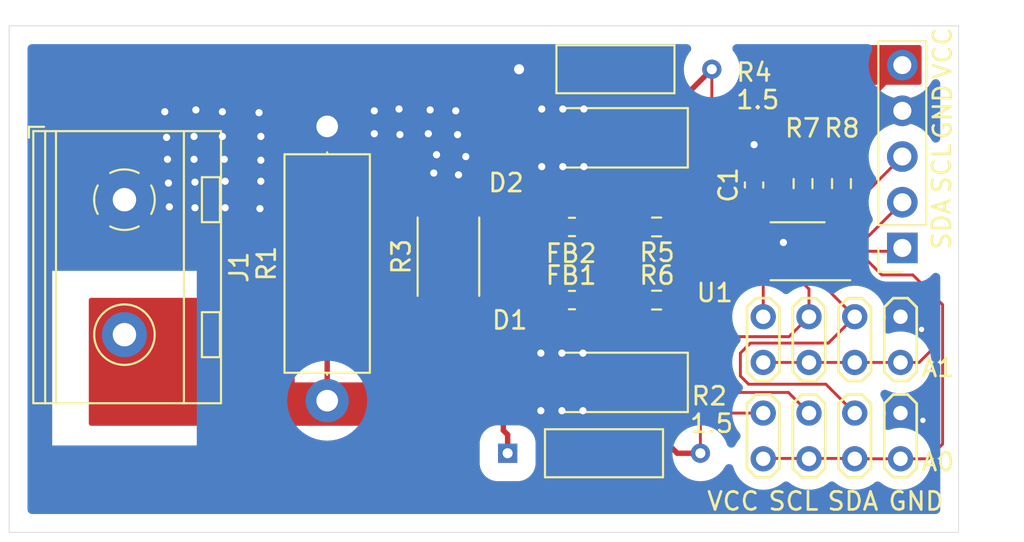
<source format=kicad_pcb>
(kicad_pcb (version 20211014) (generator pcbnew)
  (layers (0 "F.Cu" signal "Front") (31 "B.Cu" signal "Back") (34 "B.Paste" user) (35 "F.Paste" user) (36 "B.SilkS" user "B.Silkscreen") (37 "F.SilkS" user "F.Silkscreen") (38 "B.Mask" user) (39 "F.Mask" user) (44 "Edge.Cuts" user))
  (net 0 "")
  (net 1 "VCC")
  (net 2 "GND")
  (net 3 "Net-(D1-Pad1)")
  (net 4 "Net-(D2-Pad1)")
  (net 5 "Net-(FB2-Pad1)")
  (net 6 "/I_P")
  (net 7 "/Alert")
  (net 8 "/SCL")
  (net 9 "/SDA")
  (net 10 "/A1_Sel")
  (net 11 "/A0_Sel")
  (net 12 "/IN_P")
  (net 13 "/IN_N")
  (net 14 "/VBUS")
  (net 15 "Net-(FB1-Pad1)")
  (footprint "Diode_SMD:D_SMA_Handsoldering" (layer "F.Cu") (at 108.458 82.169 180)
    (fp_text reference "D2" (at 5.6896 -2.5) (layer "F.SilkS"))
    (fp_text value "D")
    (fp_line (start -4.4 -1.65) (end -4.4 1.65) (layer "F.SilkS") (width 0.12))
    (fp_line (start -4.4 -1.65) (end 2.5 -1.65) (layer "F.SilkS") (width 0.12))
    (fp_line (start -4.4 1.65) (end 2.5 1.65) (layer "F.SilkS") (width 0.12))
    (pad "1" smd rect (at -2.5 0 180) (size 3.5 1.8) (layers "F.Cu" "F.Paste" "F.Mask") (net 4 "Net-(D2-Pad1)"))
    (pad "2" smd rect (at 2.5 0 180) (size 3.5 1.8) (layers "F.Cu" "F.Paste" "F.Mask") (net 2 "GND"))
  )
  (footprint "Inductor_SMD:L_0603_1608Metric_Pad1.05x0.95mm_HandSolder" (layer "F.Cu") (at 106.426 91.186 180)
    (fp_text reference "FB1" (at 0.0508 1.3716) (layer "F.SilkS"))
    (fp_text value "Ferrite")
    (fp_line (start -0.171267 -0.51) (end 0.171267 -0.51) (layer "F.SilkS") (width 0.12))
    (fp_line (start -0.171267 0.51) (end 0.171267 0.51) (layer "F.SilkS") (width 0.12))
    (pad "1" smd roundrect (at -0.875 0 180) (size 1.05 0.95) (layers "F.Cu" "F.Paste" "F.Mask") (net 15 "Net-(FB1-Pad1)"))
    (pad "2" smd roundrect (at 0.875 0 180) (size 1.05 0.95) (layers "F.Cu" "F.Paste" "F.Mask") (net 3 "Net-(D1-Pad1)"))
  )
  (footprint "Package_SO:VSSOP-10_3x3mm_P0.5mm" (layer "F.Cu") (at 118.9482 88.472 180)
    (fp_text reference "U1" (at 4.5974 -2.3076) (layer "F.SilkS"))
    (fp_text value "INA228AIDGSR")
    (fp_line (start 0 -1.61) (end -2.925 -1.61) (layer "F.SilkS") (width 0.12))
    (fp_line (start 0 1.61) (end 1.5 1.61) (layer "F.SilkS") (width 0.12))
    (fp_line (start 0 -1.61) (end 1.5 -1.61) (layer "F.SilkS") (width 0.12))
    (fp_line (start 0 1.61) (end -1.5 1.61) (layer "F.SilkS") (width 0.12))
    (pad "1" smd roundrect (at -2.2 -1 180) (size 1.45 0.3) (layers "F.Cu" "F.Paste" "F.Mask") (net 10 "/A1_Sel"))
    (pad "2" smd roundrect (at -2.2 -0.5 180) (size 1.45 0.3) (layers "F.Cu" "F.Paste" "F.Mask") (net 11 "/A0_Sel"))
    (pad "3" smd roundrect (at -2.2 0 180) (size 1.45 0.3) (layers "F.Cu" "F.Paste" "F.Mask") (net 7 "/Alert"))
    (pad "4" smd roundrect (at -2.2 0.5 180) (size 1.45 0.3) (layers "F.Cu" "F.Paste" "F.Mask") (net 9 "/SDA"))
    (pad "5" smd roundrect (at -2.2 1 180) (size 1.45 0.3) (layers "F.Cu" "F.Paste" "F.Mask") (net 8 "/SCL"))
    (pad "6" smd roundrect (at 2.2 1 180) (size 1.45 0.3) (layers "F.Cu" "F.Paste" "F.Mask") (net 1 "VCC"))
    (pad "7" smd roundrect (at 2.2 0.5 180) (size 1.45 0.3) (layers "F.Cu" "F.Paste" "F.Mask") (net 2 "GND"))
    (pad "8" smd roundrect (at 2.2 0 180) (size 1.45 0.3) (layers "F.Cu" "F.Paste" "F.Mask") (net 14 "/VBUS"))
    (pad "9" smd roundrect (at 2.2 -0.5 180) (size 1.45 0.3) (layers "F.Cu" "F.Paste" "F.Mask") (net 13 "/IN_N"))
    (pad "10" smd roundrect (at 2.2 -1 180) (size 1.45 0.3) (layers "F.Cu" "F.Paste" "F.Mask") (net 12 "/IN_P"))
  )
  (footprint "TestPoint:TestPoint_2Pads_Pitch2.54mm_Drill0.8mm" (layer "F.Cu") (at 117.0432 94.6496 90)
    (fp_text reference "JP3" hide)
    (fp_text value "Jumper_2_Open")
    (fp_line (start 3.07 -0.9) (end 3.57 -0.4) (layer "F.SilkS") (width 0.15))
    (fp_line (start 3.57 -0.4) (end 3.57 0.4) (layer "F.SilkS") (width 0.15))
    (fp_line (start -1.03 0.4) (end -1.03 -0.4) (layer "F.SilkS") (width 0.15))
    (fp_line (start 3.07 0.9) (end -0.53 0.9) (layer "F.SilkS") (width 0.15))
    (fp_line (start -0.53 0.9) (end -1.03 0.4) (layer "F.SilkS") (width 0.15))
    (fp_line (start 3.57 0.4) (end 3.07 0.9) (layer "F.SilkS") (width 0.15))
    (fp_line (start -0.53 -0.9) (end 3.07 -0.9) (layer "F.SilkS") (width 0.15))
    (fp_line (start -1.03 -0.4) (end -0.53 -0.9) (layer "F.SilkS") (width 0.15))
    (pad "1" thru_hole circle (at 0 0 90) (size 1.4 1.4) (drill 0.8) (layers *.Cu *.Mask) (net 10 "/A1_Sel"))
    (pad "2" thru_hole circle (at 2.54 0 90) (size 1.4 1.4) (drill 0.8) (layers *.Cu *.Mask) (net 1 "VCC"))
  )
  (footprint "TestPoint:TestPoint_2Pads_Pitch2.54mm_Drill0.8mm" (layer "F.Cu") (at 124.6632 94.6496 90)
    (fp_text reference "JP4" hide)
    (fp_text value "Jumper_2_Open")
    (fp_line (start -0.53 -0.9) (end 3.07 -0.9) (layer "F.SilkS") (width 0.15))
    (fp_line (start -1.03 0.4) (end -1.03 -0.4) (layer "F.SilkS") (width 0.15))
    (fp_line (start 3.07 -0.9) (end 3.57 -0.4) (layer "F.SilkS") (width 0.15))
    (fp_line (start -1.03 -0.4) (end -0.53 -0.9) (layer "F.SilkS") (width 0.15))
    (fp_line (start 3.07 0.9) (end -0.53 0.9) (layer "F.SilkS") (width 0.15))
    (fp_line (start 3.57 0.4) (end 3.07 0.9) (layer "F.SilkS") (width 0.15))
    (fp_line (start 3.57 -0.4) (end 3.57 0.4) (layer "F.SilkS") (width 0.15))
    (fp_line (start -0.53 0.9) (end -1.03 0.4) (layer "F.SilkS") (width 0.15))
    (pad "1" thru_hole circle (at 0 0 90) (size 1.4 1.4) (drill 0.8) (layers *.Cu *.Mask) (net 10 "/A1_Sel"))
    (pad "2" thru_hole circle (at 2.54 0 90) (size 1.4 1.4) (drill 0.8) (layers *.Cu *.Mask) (net 2 "GND"))
  )
  (footprint "TestPoint:TestPoint_2Pads_Pitch2.54mm_Drill0.8mm" (layer "F.Cu") (at 122.1232 100.0036 90)
    (fp_text reference "JP5" hide)
    (fp_text value "Jumper_2_Open")
    (fp_line (start -0.53 0.9) (end -1.03 0.4) (layer "F.SilkS") (width 0.15))
    (fp_line (start 3.07 0.9) (end -0.53 0.9) (layer "F.SilkS") (width 0.15))
    (fp_line (start 3.57 -0.4) (end 3.57 0.4) (layer "F.SilkS") (width 0.15))
    (fp_line (start 3.57 0.4) (end 3.07 0.9) (layer "F.SilkS") (width 0.15))
    (fp_line (start -0.53 -0.9) (end 3.07 -0.9) (layer "F.SilkS") (width 0.15))
    (fp_line (start -1.03 0.4) (end -1.03 -0.4) (layer "F.SilkS") (width 0.15))
    (fp_line (start -1.03 -0.4) (end -0.53 -0.9) (layer "F.SilkS") (width 0.15))
    (fp_line (start 3.07 -0.9) (end 3.57 -0.4) (layer "F.SilkS") (width 0.15))
    (pad "1" thru_hole circle (at 0 0 90) (size 1.4 1.4) (drill 0.8) (layers *.Cu *.Mask) (net 11 "/A0_Sel"))
    (pad "2" thru_hole circle (at 2.54 0 90) (size 1.4 1.4) (drill 0.8) (layers *.Cu *.Mask) (net 9 "/SDA"))
  )
  (footprint "Inductor_SMD:L_0603_1608Metric_Pad1.05x0.95mm_HandSolder" (layer "F.Cu") (at 106.426 87.122 180)
    (fp_text reference "FB2" (at 0.0508 -1.4732) (layer "F.SilkS"))
    (fp_text value "Ferrite")
    (fp_line (start -0.171267 -0.51) (end 0.171267 -0.51) (layer "F.SilkS") (width 0.12))
    (fp_line (start -0.171267 0.51) (end 0.171267 0.51) (layer "F.SilkS") (width 0.12))
    (pad "1" smd roundrect (at -0.875 0 180) (size 1.05 0.95) (layers "F.Cu" "F.Paste" "F.Mask") (net 5 "Net-(FB2-Pad1)"))
    (pad "2" smd roundrect (at 0.875 0 180) (size 1.05 0.95) (layers "F.Cu" "F.Paste" "F.Mask") (net 4 "Net-(D2-Pad1)"))
  )
  (footprint "TestPoint:TestPoint_2Pads_Pitch2.54mm_Drill0.8mm" (layer "F.Cu") (at 122.1232 94.6496 90)
    (fp_text reference "JP1" hide)
    (fp_text value "Jumper_2_Open")
    (fp_line (start -1.03 -0.4) (end -0.53 -0.9) (layer "F.SilkS") (width 0.15))
    (fp_line (start 3.57 0.4) (end 3.07 0.9) (layer "F.SilkS") (width 0.15))
    (fp_line (start -0.53 -0.9) (end 3.07 -0.9) (layer "F.SilkS") (width 0.15))
    (fp_line (start -1.03 0.4) (end -1.03 -0.4) (layer "F.SilkS") (width 0.15))
    (fp_line (start 3.57 -0.4) (end 3.57 0.4) (layer "F.SilkS") (width 0.15))
    (fp_line (start 3.07 -0.9) (end 3.57 -0.4) (layer "F.SilkS") (width 0.15))
    (fp_line (start 3.07 0.9) (end -0.53 0.9) (layer "F.SilkS") (width 0.15))
    (fp_line (start -0.53 0.9) (end -1.03 0.4) (layer "F.SilkS") (width 0.15))
    (pad "1" thru_hole circle (at 0 0 90) (size 1.4 1.4) (drill 0.8) (layers *.Cu *.Mask) (net 10 "/A1_Sel"))
    (pad "2" thru_hole circle (at 2.54 0 90) (size 1.4 1.4) (drill 0.8) (layers *.Cu *.Mask) (net 9 "/SDA"))
  )
  (footprint "Connector_PinSocket_2.54mm:PinSocket_1x05_P2.54mm_Vertical" (layer "F.Cu") (at 124.7652 88.2896 180)
    (fp_text reference "J2" hide)
    (fp_text value "Conn_01x05_Male")
    (fp_line (start 1.33 -1.33) (end 1.33 0) (layer "F.SilkS") (width 0.12))
    (fp_line (start -1.33 1.27) (end -1.33 11.49) (layer "F.SilkS") (width 0.12))
    (fp_line (start -1.33 1.27) (end 1.33 1.27) (layer "F.SilkS") (width 0.12))
    (fp_line (start 0 -1.33) (end 1.33 -1.33) (layer "F.SilkS") (width 0.12))
    (fp_line (start 1.33 1.27) (end 1.33 11.49) (layer "F.SilkS") (width 0.12))
    (fp_line (start -1.33 11.49) (end 1.33 11.49) (layer "F.SilkS") (width 0.12))
    (pad "1" thru_hole rect (at 0 0 180) (size 1.7 1.7) (drill 1) (layers *.Cu *.Mask) (net 7 "/Alert"))
    (pad "2" thru_hole oval (at 0 2.54 180) (size 1.7 1.7) (drill 1) (layers *.Cu *.Mask) (net 9 "/SDA"))
    (pad "3" thru_hole oval (at 0 5.08 180) (size 1.7 1.7) (drill 1) (layers *.Cu *.Mask) (net 8 "/SCL"))
    (pad "4" thru_hole oval (at 0 7.62 180) (size 1.7 1.7) (drill 1) (layers *.Cu *.Mask) (net 2 "GND"))
    (pad "5" thru_hole oval (at 0 10.16 180) (size 1.7 1.7) (drill 1) (layers *.Cu *.Mask) (net 1 "VCC"))
  )
  (footprint "Resistor_SMD:R_0603_1608Metric_Pad0.98x0.95mm_HandSolder" (layer "F.Cu") (at 119.253 84.7128 -90)
    (fp_text reference "R7" (at -3.0772 0.0254 180) (layer "F.SilkS"))
    (fp_text value "4.7k")
    (fp_line (start -0.254724 -0.5225) (end 0.254724 -0.5225) (layer "F.SilkS") (width 0.12))
    (fp_line (start -0.254724 0.5225) (end 0.254724 0.5225) (layer "F.SilkS") (width 0.12))
    (pad "1" smd roundrect (at -0.9125 0 270) (size 0.975 0.95) (layers "F.Cu" "F.Paste" "F.Mask") (net 1 "VCC"))
    (pad "2" smd roundrect (at 0.9125 0 270) (size 0.975 0.95) (layers "F.Cu" "F.Paste" "F.Mask") (net 9 "/SDA"))
  )
  (footprint "TestPoint:TestPoint_2Pads_Pitch2.54mm_Drill0.8mm" (layer "F.Cu") (at 119.5832 94.6496 90)
    (fp_text reference "JP2" hide)
    (fp_text value "Jumper_2_Open")
    (fp_line (start 3.07 -0.9) (end 3.57 -0.4) (layer "F.SilkS") (width 0.15))
    (fp_line (start -1.03 0.4) (end -1.03 -0.4) (layer "F.SilkS") (width 0.15))
    (fp_line (start 3.57 -0.4) (end 3.57 0.4) (layer "F.SilkS") (width 0.15))
    (fp_line (start -0.53 0.9) (end -1.03 0.4) (layer "F.SilkS") (width 0.15))
    (fp_line (start -0.53 -0.9) (end 3.07 -0.9) (layer "F.SilkS") (width 0.15))
    (fp_line (start 3.07 0.9) (end -0.53 0.9) (layer "F.SilkS") (width 0.15))
    (fp_line (start -1.03 -0.4) (end -0.53 -0.9) (layer "F.SilkS") (width 0.15))
    (fp_line (start 3.57 0.4) (end 3.07 0.9) (layer "F.SilkS") (width 0.15))
    (pad "1" thru_hole circle (at 0 0 90) (size 1.4 1.4) (drill 0.8) (layers *.Cu *.Mask) (net 10 "/A1_Sel"))
    (pad "2" thru_hole circle (at 2.54 0 90) (size 1.4 1.4) (drill 0.8) (layers *.Cu *.Mask) (net 8 "/SCL"))
  )
  (footprint "Capacitor_SMD:C_0603_1608Metric_Pad1.08x0.95mm_HandSolder" (layer "F.Cu") (at 116.5352 84.789 90)
    (fp_text reference "C1" (at 0 -1.43 90) (layer "F.SilkS"))
    (fp_text value "100n")
    (fp_line (start -0.146267 0.51) (end 0.146267 0.51) (layer "F.SilkS") (width 0.12))
    (fp_line (start -0.146267 -0.51) (end 0.146267 -0.51) (layer "F.SilkS") (width 0.12))
    (pad "1" smd roundrect (at -0.8625 0 90) (size 1.075 0.95) (layers "F.Cu" "F.Paste" "F.Mask") (net 1 "VCC"))
    (pad "2" smd roundrect (at 0.8625 0 90) (size 1.075 0.95) (layers "F.Cu" "F.Paste" "F.Mask") (net 2 "GND"))
  )
  (footprint "Resistor_SMD:R_0603_1608Metric_Pad0.98x0.95mm_HandSolder" (layer "F.Cu") (at 121.3866 84.7128 -90)
    (fp_text reference "R8" (at -3.0772 -0.0254 180) (layer "F.SilkS"))
    (fp_text value "4.7k")
    (fp_line (start -0.254724 0.5225) (end 0.254724 0.5225) (layer "F.SilkS") (width 0.12))
    (fp_line (start -0.254724 -0.5225) (end 0.254724 -0.5225) (layer "F.SilkS") (width 0.12))
    (pad "1" smd roundrect (at -0.9125 0 270) (size 0.975 0.95) (layers "F.Cu" "F.Paste" "F.Mask") (net 1 "VCC"))
    (pad "2" smd roundrect (at 0.9125 0 270) (size 0.975 0.95) (layers "F.Cu" "F.Paste" "F.Mask") (net 8 "/SCL"))
  )
  (footprint "Fusible Resistor:FKN50SJR-52-1R5" (layer "F.Cu") (at 103.489001 78.359)
    (fp_text reference "R4" (at 13.046199 0.1778) (layer "F.SilkS"))
    (fp_text value "1.5" (at 13.249399 1.7018) (layer "F.SilkS"))
    (fp_line (start 2.073399 1.3335) (end 8.626599 1.3335) (layer "F.SilkS") (width 0.12))
    (fp_line (start 8.626599 1.3335) (end 8.626599 -1.3335) (layer "F.SilkS") (width 0.12))
    (fp_line (start 2.073399 -1.3335) (end 2.073399 1.3335) (layer "F.SilkS") (width 0.12))
    (fp_line (start 8.626599 -1.3335) (end 2.073399 -1.3335) (layer "F.SilkS") (width 0.12))
    (pad "1" thru_hole rect locked (at -0.000001 0) (size 1.0668 1.0668) (drill 0.5588) (layers *.Cu *.Mask) (net 2 "GND"))
    (pad "2" thru_hole circle locked (at 10.7 0) (size 1.0668 1.0668) (drill 0.5588) (layers *.Cu *.Mask) (net 4 "Net-(D2-Pad1)"))
  )
  (footprint "Resistor_SMD:R_0603_1608Metric_Pad0.98x0.95mm_HandSolder" (layer "F.Cu") (at 111.125 91.186 180)
    (fp_text reference "R6" (at -0.0254 1.3716) (layer "F.SilkS"))
    (fp_text value "15")
    (fp_line (start -0.254724 -0.5225) (end 0.254724 -0.5225) (layer "F.SilkS") (width 0.12))
    (fp_line (start -0.254724 0.5225) (end 0.254724 0.5225) (layer "F.SilkS") (width 0.12))
    (pad "1" smd roundrect (at -0.9125 0 180) (size 0.975 0.95) (layers "F.Cu" "F.Paste" "F.Mask") (net 12 "/IN_P"))
    (pad "2" smd roundrect (at 0.9125 0 180) (size 0.975 0.95) (layers "F.Cu" "F.Paste" "F.Mask") (net 15 "Net-(FB1-Pad1)"))
  )
  (footprint "Resistor_THT:R_Axial_DIN0414_L11.9mm_D4.5mm_P15.24mm_Horizontal" (layer "F.Cu") (at 92.837 96.774 90)
    (fp_text reference "R1" (at 7.62 -3.37 90) (layer "F.SilkS"))
    (fp_text value "R_US")
    (fp_line (start 13.69 2.37) (end 13.69 -2.37) (layer "F.SilkS") (width 0.12))
    (fp_line (start 1.44 0) (end 1.55 0) (layer "F.SilkS") (width 0.12))
    (fp_line (start 13.69 -2.37) (end 1.55 -2.37) (layer "F.SilkS") (width 0.12))
    (fp_line (start 1.55 2.37) (end 13.69 2.37) (layer "F.SilkS") (width 0.12))
    (fp_line (start 13.8 0) (end 13.69 0) (layer "F.SilkS") (width 0.12))
    (fp_line (start 1.55 -2.37) (end 1.55 2.37) (layer "F.SilkS") (width 0.12))
    (pad "1" thru_hole circle (at 0 0 90) (size 2.4 2.4) (drill 1.2) (layers *.Cu *.Mask) (net 6 "/I_P"))
    (pad "2" thru_hole oval (at 15.24 0 90) (size 2.4 2.4) (drill 1.2) (layers *.Cu *.Mask) (net 2 "GND"))
  )
  (footprint "TerminalBlock_RND:TerminalBlock_RND_205-00067_1x02_P7.50mm_Horizontal" (layer "F.Cu") (at 81.5822 85.6072 -90)
    (fp_text reference "J1" (at 3.75 -6.36 90) (layer "F.SilkS"))
    (fp_text value "Screw_Terminal_01x02")
    (fp_line (start 8.75 -5.301) (end 8.75 -4.301) (layer "F.SilkS") (width 0.12))
    (fp_line (start -3.81 4.4) (end 11.31 4.4) (layer "F.SilkS") (width 0.12))
    (fp_line (start 6.25 -5.301) (end 6.25 -4.301) (layer "F.SilkS") (width 0.12))
    (fp_line (start -3.81 -3.301) (end 11.31 -3.301) (layer "F.SilkS") (width 0.12))
    (fp_line (start -3.81 3.8) (end 11.31 3.8) (layer "F.SilkS") (width 0.12))
    (fp_line (start 6.25 -5.301) (end 8.75 -5.301) (layer "F.SilkS") (width 0.12))
    (fp_line (start 6.25 -4.301) (end 8.75 -4.301) (layer "F.SilkS") (width 0.12))
    (fp_line (start -4.05 4.46) (end -4.05 5.3) (layer "F.SilkS") (width 0.12))
    (fp_line (start 11.31 -5.36) (end 11.31 5.06) (layer "F.SilkS") (width 0.12))
    (fp_line (start -3.81 -5.36) (end 11.31 -5.36) (layer "F.SilkS") (width 0.12))
    (fp_line (start -1.25 -4.301) (end 1.25 -4.301) (layer "F.SilkS") (width 0.12))
    (fp_line (start -1.25 -5.301) (end 1.25 -5.301) (layer "F.SilkS") (width 0.12))
    (fp_line (start -3.81 -5.36) (end -3.81 5.06) (layer "F.SilkS") (width 0.12))
    (fp_line (start -4.05 5.3) (end -3.45 5.3) (layer "F.SilkS") (width 0.12))
    (fp_line (start -1.25 -5.301) (end -1.25 -4.301) (layer "F.SilkS") (width 0.12))
    (fp_line (start -3.81 5.06) (end 11.31 5.06) (layer "F.SilkS") (width 0.12))
    (fp_line (start 1.25 -5.301) (end 1.25 -4.301) (layer "F.SilkS") (width 0.12))
    (fp_arc (start -1.483953 0.789089) (mid -1.680708 0.00005) (end -1.484 -0.789) (layer "F.SilkS") (width 0.12))
    (fp_arc (start 0.788712 1.483352) (mid 0.406429 1.630097) (end 0 1.68) (layer "F.SilkS") (width 0.12))
    (fp_arc (start 0.029383 1.68045) (mid -0.392304 1.634281) (end -0.789 1.484) (layer "F.SilkS") (width 0.12))
    (fp_arc (start -0.789089 -1.483953) (mid -0.00005 -1.680708) (end 0.789 -1.484) (layer "F.SilkS") (width 0.12))
    (fp_arc (start 1.483953 -0.789089) (mid 1.680708 -0.00005) (end 1.484 0.789) (layer "F.SilkS") (width 0.12))
    (fp_circle (center 7.5 0) (end 9.18 0) (layer "F.SilkS") (width 0.12) (fill none))
    (pad "1" thru_hole rect (at 0 0 270) (size 2.5 2.5) (drill 1.3) (layers *.Cu *.Mask) (net 2 "GND"))
    (pad "2" thru_hole circle (at 7.5 0 270) (size 2.5 2.5) (drill 1.3) (layers *.Cu *.Mask) (net 6 "/I_P"))
  )
  (footprint "Diode_SMD:D_SMA_Handsoldering" (layer "F.Cu") (at 108.458 95.758 180)
    (fp_text reference "D1" (at 5.4864 3.4544) (layer "F.SilkS"))
    (fp_text value "D")
    (fp_line (start -4.4 -1.65) (end -4.4 1.65) (layer "F.SilkS") (width 0.12))
    (fp_line (start -4.4 -1.65) (end 2.5 -1.65) (layer "F.SilkS") (width 0.12))
    (fp_line (start -4.4 1.65) (end 2.5 1.65) (layer "F.SilkS") (width 0.12))
    (pad "1" smd rect (at -2.5 0 180) (size 3.5 1.8) (layers "F.Cu" "F.Paste" "F.Mask") (net 3 "Net-(D1-Pad1)"))
    (pad "2" smd rect (at 2.5 0 180) (size 3.5 1.8) (layers "F.Cu" "F.Paste" "F.Mask") (net 2 "GND"))
  )
  (footprint "Resistor_SMD:R_0603_1608Metric_Pad0.98x0.95mm_HandSolder" (layer "F.Cu") (at 111.125 87.122 180)
    (fp_text reference "R5" (at -0.0254 -1.4224) (layer "F.SilkS"))
    (fp_text value "15")
    (fp_line (start -0.254724 0.5225) (end 0.254724 0.5225) (layer "F.SilkS") (width 0.12))
    (fp_line (start -0.254724 -0.5225) (end 0.254724 -0.5225) (layer "F.SilkS") (width 0.12))
    (pad "1" smd roundrect (at -0.9125 0 180) (size 0.975 0.95) (layers "F.Cu" "F.Paste" "F.Mask") (net 13 "/IN_N"))
    (pad "2" smd roundrect (at 0.9125 0 180) (size 0.975 0.95) (layers "F.Cu" "F.Paste" "F.Mask") (net 5 "Net-(FB2-Pad1)"))
  )
  (footprint "TestPoint:TestPoint_2Pads_Pitch2.54mm_Drill0.8mm" (layer "F.Cu") (at 124.6632 100.0036 90)
    (fp_text reference "JP8" hide)
    (fp_text value "Jumper_2_Open")
    (fp_line (start -0.53 0.9) (end -1.03 0.4) (layer "F.SilkS") (width 0.15))
    (fp_line (start -1.03 0.4) (end -1.03 -0.4) (layer "F.SilkS") (width 0.15))
    (fp_line (start 3.07 0.9) (end -0.53 0.9) (layer "F.SilkS") (width 0.15))
    (fp_line (start -0.53 -0.9) (end 3.07 -0.9) (layer "F.SilkS") (width 0.15))
    (fp_line (start 3.57 -0.4) (end 3.57 0.4) (layer "F.SilkS") (width 0.15))
    (fp_line (start 3.07 -0.9) (end 3.57 -0.4) (layer "F.SilkS") (width 0.15))
    (fp_line (start 3.57 0.4) (end 3.07 0.9) (layer "F.SilkS") (width 0.15))
    (fp_line (start -1.03 -0.4) (end -0.53 -0.9) (layer "F.SilkS") (width 0.15))
    (pad "1" thru_hole circle (at 0 0 90) (size 1.4 1.4) (drill 0.8) (layers *.Cu *.Mask) (net 11 "/A0_Sel"))
    (pad "2" thru_hole circle (at 2.54 0 90) (size 1.4 1.4) (drill 0.8) (layers *.Cu *.Mask) (net 2 "GND"))
  )
  (footprint "Fusible Resistor:FKN50SJR-52-1R5" (layer "F.Cu") (at 102.854001 99.695)
    (fp_text reference "R2" (at 11.191999 -3.175) (layer "F.SilkS"))
    (fp_text value "1.5" (at 11.318999 -1.651) (layer "F.SilkS"))
    (fp_line (start 8.626599 1.3335) (end 8.626599 -1.3335) (layer "F.SilkS") (width 0.12))
    (fp_line (start 2.073399 1.3335) (end 8.626599 1.3335) (layer "F.SilkS") (width 0.12))
    (fp_line (start 8.626599 -1.3335) (end 2.073399 -1.3335) (layer "F.SilkS") (width 0.12))
    (fp_line (start 2.073399 -1.3335) (end 2.073399 1.3335) (layer "F.SilkS") (width 0.12))
    (pad "1" thru_hole rect locked (at -0.000001 0) (size 1.0668 1.0668) (drill 0.5588) (layers *.Cu *.Mask) (net 6 "/I_P"))
    (pad "2" thru_hole circle locked (at 10.7 0) (size 1.0668 1.0668) (drill 0.5588) (layers *.Cu *.Mask) (net 3 "Net-(D1-Pad1)"))
  )
  (footprint "TestPoint:TestPoint_2Pads_Pitch2.54mm_Drill0.8mm" (layer "F.Cu") (at 117.0432 100.0036 90)
    (fp_text reference "JP7" hide)
    (fp_text value "Jumper_2_Open")
    (fp_line (start 3.07 0.9) (end -0.53 0.9) (layer "F.SilkS") (width 0.15))
    (fp_line (start -1.03 -0.4) (end -0.53 -0.9) (layer "F.SilkS") (width 0.15))
    (fp_line (start 3.57 0.4) (end 3.07 0.9) (layer "F.SilkS") (width 0.15))
    (fp_line (start -1.03 0.4) (end -1.03 -0.4) (layer "F.SilkS") (width 0.15))
    (fp_line (start -0.53 0.9) (end -1.03 0.4) (layer "F.SilkS") (width 0.15))
    (fp_line (start -0.53 -0.9) (end 3.07 -0.9) (layer "F.SilkS") (width 0.15))
    (fp_line (start 3.57 -0.4) (end 3.57 0.4) (layer "F.SilkS") (width 0.15))
    (fp_line (start 3.07 -0.9) (end 3.57 -0.4) (layer "F.SilkS") (width 0.15))
    (pad "1" thru_hole circle (at 0 0 90) (size 1.4 1.4) (drill 0.8) (layers *.Cu *.Mask) (net 11 "/A0_Sel"))
    (pad "2" thru_hole circle (at 2.54 0 90) (size 1.4 1.4) (drill 0.8) (layers *.Cu *.Mask) (net 1 "VCC"))
  )
  (footprint "Resistor_SMD:R_2512_6332Metric_Pad1.40x3.35mm_HandSolder" (layer "F.Cu") (at 99.568 88.773 90)
    (fp_text reference "R3" (at 0 -2.62 90) (layer "F.SilkS"))
    (fp_text value "R_US")
    (fp_line (start -2.177064 1.71) (end 2.177064 1.71) (layer "F.SilkS") (width 0.12))
    (fp_line (start -2.177064 -1.71) (end 2.177064 -1.71) (layer "F.SilkS") (width 0.12))
    (pad "1" smd roundrect (at -3.05 0 90) (size 1.4 3.35) (layers "F.Cu" "F.Paste" "F.Mask") (roundrect_rratio 0.178571) (net 6 "/I_P"))
    (pad "2" smd roundrect (at 3.05 0 90) (size 1.4 3.35) (layers "F.Cu" "F.Paste" "F.Mask") (roundrect_rratio 0.178571) (net 2 "GND"))
  )
  (footprint "TestPoint:TestPoint_2Pads_Pitch2.54mm_Drill0.8mm" (layer "F.Cu") (at 119.5832 100.0036 90)
    (fp_text reference "JP6" hide)
    (fp_text value "Jumper_2_Open")
    (fp_line (start -0.53 0.9) (end -1.03 0.4) (layer "F.SilkS") (width 0.15))
    (fp_line (start 3.07 -0.9) (end 3.57 -0.4) (layer "F.SilkS") (width 0.15))
    (fp_line (start 3.57 -0.4) (end 3.57 0.4) (layer "F.SilkS") (width 0.15))
    (fp_line (start -0.53 -0.9) (end 3.07 -0.9) (layer "F.SilkS") (width 0.15))
    (fp_line (start -1.03 0.4) (end -1.03 -0.4) (layer "F.SilkS") (width 0.15))
    (fp_line (start -1.03 -0.4) (end -0.53 -0.9) (layer "F.SilkS") (width 0.15))
    (fp_line (start 3.07 0.9) (end -0.53 0.9) (layer "F.SilkS") (width 0.15))
    (fp_line (start 3.57 0.4) (end 3.07 0.9) (layer "F.SilkS") (width 0.15))
    (pad "1" thru_hole circle (at 0 0 90) (size 1.4 1.4) (drill 0.8) (layers *.Cu *.Mask) (net 11 "/A0_Sel"))
    (pad "2" thru_hole circle (at 2.54 0 90) (size 1.4 1.4) (drill 0.8) (layers *.Cu *.Mask) (net 8 "/SCL"))
  )
  (gr_rect (start 75.184 75.946) (end 127.889 104.0892) (layer "Edge.Cuts") (width 0.0381) (fill none))
  (gr_text "A1" (at 126.746 94.9452) (layer "F.SilkS") (effects (font (size 1 1))))
  (gr_text "SCL" (at 118.7196 102.362) (layer "F.SilkS") (effects (font (size 1 1))))
  (gr_text "SCL" (at 126.9492 83.8708 90) (layer "F.SilkS") (effects (font (size 1 1))))
  (gr_text "VCC" (at 127 77.47 90) (layer "F.SilkS") (effects (font (size 1 1))))
  (gr_text "GND" (at 127 80.7212 90) (layer "F.SilkS") (effects (font (size 1 1))))
  (gr_text "SDA" (at 126.9492 86.9696 90) (layer "F.SilkS") (effects (font (size 1 1))))
  (gr_text "A0" (at 126.746 100.1776) (layer "F.SilkS") (effects (font (size 1 1))))
  (gr_text "VCC" (at 115.3668 102.362) (layer "F.SilkS") (effects (font (size 1 1))))
  (gr_text "GND" (at 125.5268 102.362) (layer "F.SilkS") (effects (font (size 1 1))))
  (gr_text "SDA" (at 122.0216 102.362) (layer "F.SilkS") (effects (font (size 1 1))))
  (segment (start 117.5004 84.6863) (end 117.5004 84.6836) (width 0.3) (layer "F.Cu") (net 1))
  (segment (start 117.0432 97.4636) (end 115.0404 97.4636) (width 0.16) (layer "F.Cu") (net 1))
  (segment (start 114.6048 91.7956) (end 116.2304 90.17) (width 0.16) (layer "F.Cu") (net 1))
  (segment (start 121.3604 78.1296) (end 124.7652 78.1296) (width 0.3) (layer "F.Cu") (net 1))
  (segment (start 117.5004 84.6836) (end 118.1608 84.0232) (width 0.3) (layer "F.Cu") (net 1))
  (segment (start 117.0432 90.3224) (end 117.1956 90.17) (width 0.16) (layer "F.Cu") (net 1))
  (segment (start 119.253 83.8003) (end 119.253 82.0674) (width 0.3) (layer "F.Cu") (net 1))
  (segment (start 114.6048 97.028) (end 114.6048 91.7956) (width 0.16) (layer "F.Cu") (net 1))
  (segment (start 121.3866 81.5082) (end 124.7652 78.1296) (width 0.3) (layer "F.Cu") (net 1))
  (segment (start 117.0432 92.1096) (end 117.0432 90.3224) (width 0.16) (layer "F.Cu") (net 1))
  (segment (start 121.1072 78.0796) (end 121.3104 78.0796) (width 0.3) (layer "F.Cu") (net 1))
  (segment (start 116.5352 87.259) (end 116.7482 87.472) (width 0.3) (layer "F.Cu") (net 1))
  (segment (start 116.5352 85.6515) (end 117.29855 84.88815) (width 0.3) (layer "F.Cu") (net 1))
  (segment (start 115.0404 97.4636) (end 114.6048 97.028) (width 0.16) (layer "F.Cu") (net 1))
  (segment (start 117.1956 90.17) (end 117.856 90.17) (width 0.16) (layer "F.Cu") (net 1))
  (segment (start 119.253 82.0674) (end 123.1908 78.1296) (width 0.3) (layer "F.Cu") (net 1))
  (segment (start 118.872 89.154) (end 118.872 87.768352) (width 0.16) (layer "F.Cu") (net 1))
  (segment (start 117.29855 86.194902) (end 117.29855 84.88815) (width 0.16) (layer "F.Cu") (net 1))
  (segment (start 118.1608 81.026) (end 121.1072 78.0796) (width 0.3) (layer "F.Cu") (net 1))
  (segment (start 116.5352 85.6515) (end 116.5352 87.259) (width 0.3) (layer "F.Cu") (net 1))
  (segment (start 116.2304 90.17) (end 117.1956 90.17) (width 0.16) (layer "F.Cu") (net 1))
  (segment (start 117.29855 84.88815) (end 117.5004 84.6863) (width 0.3) (layer "F.Cu") (net 1))
  (segment (start 118.872 87.768352) (end 117.29855 86.194902) (width 0.16) (layer "F.Cu") (net 1))
  (segment (start 117.856 90.17) (end 118.872 89.154) (width 0.16) (layer "F.Cu") (net 1))
  (segment (start 121.3104 78.0796) (end 121.3604 78.1296) (width 0.3) (layer "F.Cu") (net 1))
  (segment (start 121.3866 83.8003) (end 121.3866 81.5082) (width 0.3) (layer "F.Cu") (net 1))
  (segment (start 118.1608 84.0232) (end 118.1608 81.026) (width 0.3) (layer "F.Cu") (net 1))
  (segment (start 92.837 84.4042) (end 95.5802 87.1474) (width 0.3) (layer "F.Cu") (net 2))
  (segment (start 116.5352 83.9265) (end 116.5352 82.55) (width 0.4) (layer "F.Cu") (net 2))
  (segment (start 103.489 78.359) (end 103.489 79.772) (width 0.3) (layer "F.Cu") (net 2))
  (segment (start 100.5586 87.1474) (end 100.4062 87.1474) (width 0.2) (layer "F.Cu") (net 2))
  (segment (start 92.837 81.534) (end 92.837 84.4042) (width 0.3) (layer "F.Cu") (net 2))
  (segment (start 125.8316 92.8116) (end 125.3652 92.8116) (width 0.16) (layer "F.Cu") (net 2))
  (segment (start 124.6632 97.4636) (end 125.5052 97.4636) (width 0.16) (layer "F.Cu") (net 2))
  (segment (start 100.4062 87.1474) (end 99.568 86.3092) (width 0.3) (layer "F.Cu") (net 2))
  (segment (start 102.616 80.645) (end 102.616 86.868) (width 0.3) (layer "F.Cu") (net 2))
  (segment (start 102.3366 87.1474) (end 100.5586 87.1474) (width 0.3) (layer "F.Cu") (net 2))
  (segment (start 95.5802 87.1474) (end 100.5586 87.1474) (width 0.3) (layer "F.Cu") (net 2))
  (segment (start 116.7482 87.972) (end 118.1472 87.972) (width 0.3) (layer "F.Cu") (net 2))
  (segment (start 125.3652 92.8116) (end 124.6632 92.1096) (width 0.16) (layer "F.Cu") (net 2))
  (segment (start 125.5052 97.4636) (end 125.9078 97.8662) (width 0.16) (layer "F.Cu") (net 2))
  (segment (start 102.616 86.868) (end 102.3366 87.1474) (width 0.3) (layer "F.Cu") (net 2))
  (segment (start 103.489 79.772) (end 102.616 80.645) (width 0.3) (layer "F.Cu") (net 2))
  (segment (start 118.1472 87.972) (end 118.1608 87.9856) (width 0.3) (layer "F.Cu") (net 2))
  (via (at 105.918 83.7692) (size 0.9) (drill 0.4) (layers "F.Cu" "B.Cu") (net 2))
  (via (at 96.8756 81.9912) (size 0.9) (drill 0.4) (layers "F.Cu" "B.Cu") (net 2))
  (via (at 85.4964 84.6328) (size 0.9) (drill 0.4) (layers "F.Cu" "B.Cu") (net 2))
  (via (at 96.8248 80.5688) (size 0.9) (drill 0.4) (layers "F.Cu" "B.Cu") (net 2))
  (via (at 87.1728 84.582) (size 0.9) (drill 0.4) (layers "F.Cu" "B.Cu") (net 2))
  (via (at 85.4456 83.3628) (size 0.9) (drill 0.4) (layers "F.Cu" "B.Cu") (net 2))
  (via (at 125.8316 92.8116) (size 0.6) (drill 0.3) (layers "F.Cu" "B.Cu") (net 2))
  (via (at 104.6988 97.3328) (size 0.9) (drill 0.4) (layers "F.Cu" "B.Cu") (net 2))
  (via (at 89.0524 80.772) (size 0.9) (drill 0.4) (layers "F.Cu" "B.Cu") (net 2))
  (via (at 87.1728 86.0552) (size 0.9) (drill 0.4) (layers "F.Cu" "B.Cu") (net 2))
  (via (at 84.0232 84.6836) (size 0.9) (drill 0.4) (layers "F.Cu" "B.Cu") (net 2))
  (via (at 89.154 82.0928) (size 0.9) (drill 0.4) (layers "F.Cu" "B.Cu") (net 2))
  (via (at 125.9078 97.8662) (size 0.6) (drill 0.3) (layers "F.Cu" "B.Cu") (net 2))
  (via (at 85.4456 82.0928) (size 0.9) (drill 0.4) (layers "F.Cu" "B.Cu") (net 2))
  (via (at 83.9724 83.3628) (size 0.9) (drill 0.4) (layers "F.Cu" "B.Cu") (net 2))
  (via (at 107.0864 80.5688) (size 0.9) (drill 0.4) (layers "F.Cu" "B.Cu") (net 2))
  (via (at 89.154 84.582) (size 0.9) (drill 0.4) (layers "F.Cu" "B.Cu") (net 2))
  (via (at 85.4964 86.0552) (size 0.9) (drill 0.4) (layers "F.Cu" "B.Cu") (net 2))
  (via (at 84.074 86.0044) (size 0.9) (drill 0.4) (layers "F.Cu" "B.Cu") (net 2))
  (via (at 87.122 83.3628) (size 0.9) (drill 0.4) (layers "F.Cu" "B.Cu") (net 2))
  (via (at 89.1032 86.106) (size 0.9) (drill 0.4) (layers "F.Cu" "B.Cu") (net 2))
  (via (at 107.0356 97.3328) (size 0.9) (drill 0.4) (layers "F.Cu" "B.Cu") (net 2))
  (via (at 118.1608 87.9856) (size 0.9) (drill 0.4) (layers "F.Cu" "B.Cu") (net 2))
  (via (at 98.4504 81.9404) (size 0.9) (drill 0.4) (layers "F.Cu" "B.Cu") (net 2))
  (via (at 87.0204 80.7212) (size 0.9) (drill 0.4) (layers "F.Cu" "B.Cu") (net 2))
  (via (at 100.1268 84.2264) (size 0.9) (drill 0.4) (layers "F.Cu" "B.Cu") (net 2))
  (via (at 105.8672 94.1324) (size 0.9) (drill 0.4) (layers "F.Cu" "B.Cu") (net 2))
  (via (at 99.9744 80.6704) (size 0.9) (drill 0.4) (layers "F.Cu" "B.Cu") (net 2))
  (via (at 87.0204 82.0928) (size 0.9) (drill 0.4) (layers "F.Cu" "B.Cu") (net 2))
  (via (at 83.82 80.7212) (size 0.9) (drill 0.4) (layers "F.Cu" "B.Cu") (net 2))
  (via (at 100.5332 83.2104) (size 0.9) (drill 0.4) (layers "F.Cu" "B.Cu") (net 2))
  (via (at 95.4532 81.9404) (size 0.9) (drill 0.4) (layers "F.Cu" "B.Cu") (net 2))
  (via (at 83.9216 82.1436) (size 0.9) (drill 0.4) (layers "F.Cu" "B.Cu") (net 2))
  (via (at 85.5472 80.6196) (size 0.9) (drill 0.4) (layers "F.Cu" "B.Cu") (net 2))
  (via (at 107.0356 94.1324) (size 0.9) (drill 0.4) (layers "F.Cu" "B.Cu") (net 2))
  (via (at 116.5352 82.55) (size 0.9) (drill 0.4) (layers "F.Cu" "B.Cu") (net 2))
  (via (at 98.9076 83.1088) (size 0.9) (drill 0.4) (layers "F.Cu" "B.Cu") (net 2))
  (via (at 104.7496 83.7692) (size 0.9) (drill 0.4) (layers "F.Cu" "B.Cu") (net 2))
  (via (at 107.0864 83.7692) (size 0.9) (drill 0.4) (layers "F.Cu" "B.Cu") (net 2))
  (via (at 98.7552 84.1248) (size 0.9) (drill 0.4) (layers "F.Cu" "B.Cu") (net 2))
  (via (at 98.552 80.6196) (size 0.9) (drill 0.4) (layers "F.Cu" "B.Cu") (net 2))
  (via (at 104.7496 80.5688) (size 0.9) (drill 0.4) (layers "F.Cu" "B.Cu") (net 2))
  (via (at 104.6988 94.1324) (size 0.9) (drill 0.4) (layers "F.Cu" "B.Cu") (net 2))
  (via (at 105.918 80.5688) (size 0.9) (drill 0.4) (layers "F.Cu" "B.Cu") (net 2))
  (via (at 89.154 83.4136) (size 0.9) (drill 0.4) (layers "F.Cu" "B.Cu") (net 2))
  (via (at 100.076 81.9912) (size 0.9) (drill 0.4) (layers "F.Cu" "B.Cu") (net 2))
  (via (at 105.8672 97.3328) (size 0.9) (drill 0.4) (layers "F.Cu" "B.Cu") (net 2))
  (via (at 95.4532 80.6704) (size 0.9) (drill 0.4) (layers "F.Cu" "B.Cu") (net 2))
  (segment (start 112.903 92.837) (end 107.202 92.837) (width 0.16) (layer "F.Cu") (net 3))
  (segment (start 113.554001 99.695) (end 112.268 99.695) (width 0.3) (layer "F.Cu") (net 3))
  (segment (start 107.202 92.837) (end 105.551 91.186) (width 0.16) (layer "F.Cu") (net 3))
  (segment (start 110.958 98.211) (end 110.958 95.758) (width 0.3) (layer "F.Cu") (net 3))
  (segment (start 110.871 98.298) (end 110.958 98.211) (width 0.3) (layer "F.Cu") (net 3))
  (segment (start 113.554001 93.488001) (end 112.903 92.837) (width 0.16) (layer "F.Cu") (net 3))
  (segment (start 112.268 99.695) (end 110.871 98.298) (width 0.3) (layer "F.Cu") (net 3))
  (segment (start 113.554001 99.695) (end 113.554001 93.488001) (width 0.16) (layer "F.Cu") (net 3))
  (segment (start 106.807 85.344) (end 105.551 86.6) (width 0.16) (layer "F.Cu") (net 4))
  (segment (start 114.189001 78.359) (end 110.958 81.590001) (width 0.3) (layer "F.Cu") (net 4))
  (segment (start 105.551 86.6) (end 105.551 87.122) (width 0.16) (layer "F.Cu") (net 4))
  (segment (start 114.189001 78.359) (end 114.189001 83.295999) (width 0.16) (layer "F.Cu") (net 4))
  (segment (start 112.141 85.344) (end 106.807 85.344) (width 0.16) (layer "F.Cu") (net 4))
  (segment (start 114.189001 83.295999) (end 112.141 85.344) (width 0.16) (layer "F.Cu") (net 4))
  (segment (start 110.2125 87.122) (end 107.301 87.122) (width 0.16) (layer "F.Cu") (net 5))
  (segment (start 96.266 90.4748) (end 100.8888 90.4748) (width 0.3) (layer "F.Cu") (net 6))
  (segment (start 100.3554 90.4748) (end 99.568 91.2622) (width 0.3) (layer "F.Cu") (net 6))
  (segment (start 100.8888 90.4748) (end 102.2858 90.4748) (width 0.3) (layer "F.Cu") (net 6))
  (segment (start 92.837 96.774) (end 92.837 93.9038) (width 0.3) (layer "F.Cu") (net 6))
  (segment (start 102.616 90.805) (end 102.616 98.425) (width 0.3) (layer "F.Cu") (net 6))
  (segment (start 102.616 98.425) (end 102.854 98.663) (width 0.3) (layer "F.Cu") (net 6))
  (segment (start 92.837 93.9038) (end 96.266 90.4748) (width 0.3) (layer "F.Cu") (net 6))
  (segment (start 102.2858 90.4748) (end 102.616 90.805) (width 0.3) (layer "F.Cu") (net 6))
  (segment (start 102.854 98.663) (end 102.854 99.695) (width 0.3) (layer "F.Cu") (net 6))
  (segment (start 100.8888 90.4748) (end 100.3554 90.4748) (width 0.2) (layer "F.Cu") (net 6))
  (segment (start 121.1482 88.472) (end 124.5828 88.472) (width 0.16) (layer "F.Cu") (net 7))
  (segment (start 118.4364 96.3168) (end 119.5832 97.4636) (width 0.16) (layer "F.Cu") (net 8))
  (segment (start 115.3668 93.218) (end 115.1128 93.472) (width 0.16) (layer "F.Cu") (net 8))
  (segment (start 119.38 87.5284) (end 119.3292 87.5284) (width 0.16) (layer "F.Cu") (net 8))
  (segment (start 121.1482 85.8637) (end 121.1482 87.472) (width 0.16) (layer "F.Cu") (net 8))
  (segment (start 115.7224 96.3168) (end 118.4364 96.3168) (width 0.16) (layer "F.Cu") (net 8))
  (segment (start 120.4449 84.6836) (end 121.3866 85.6253) (width 0.16) (layer "F.Cu") (net 8))
  (segment (start 115.1128 93.472) (end 115.1128 95.7072) (width 0.16) (layer "F.Cu") (net 8))
  (segment (start 119.5832 92.1096) (end 119.5832 90.5764) (width 0.16) (layer "F.Cu") (net 8))
  (segment (start 119.5832 90.5764) (end 119.38 90.3732) (width 0.16) (layer "F.Cu") (net 8))
  (segment (start 124.7652 83.2096) (end 122.682 85.2928) (width 0.16) (layer "F.Cu") (net 8))
  (segment (start 119.38 90.3732) (end 119.38 87.5284) (width 0.16) (layer "F.Cu") (net 8))
  (segment (start 122.682 85.2928) (end 122.682 86.7664) (width 0.16) (layer "F.Cu") (net 8))
  (segment (start 118.364 84.9376) (end 118.618 84.6836) (width 0.16) (layer "F.Cu") (net 8))
  (segment (start 119.3292 87.5284) (end 118.364 86.5632) (width 0.16) (layer "F.Cu") (net 8))
  (segment (start 122.682 86.7664) (end 121.9764 87.472) (width 0.16) (layer "F.Cu") (net 8))
  (segment (start 121.9764 87.472) (end 121.1482 87.472) (width 0.16) (layer "F.Cu") (net 8))
  (segment (start 118.364 86.5632) (end 118.364 84.9376) (width 0.16) (layer "F.Cu") (net 8))
  (segment (start 115.1128 95.7072) (end 115.7224 96.3168) (width 0.16) (layer "F.Cu") (net 8))
  (segment (start 118.4748 93.218) (end 115.3668 93.218) (width 0.16) (layer "F.Cu") (net 8))
  (segment (start 119.5832 92.1096) (end 118.4748 93.218) (width 0.16) (layer "F.Cu") (net 8))
  (segment (start 118.618 84.6836) (end 120.4449 84.6836) (width 0.16) (layer "F.Cu") (net 8))
  (segment (start 115.7732 95.4024) (end 115.7732 94.1324) (width 0.16) (layer "F.Cu") (net 9))
  (segment (start 115.7732 94.1324) (end 116.332 93.5736) (width 0.16) (layer "F.Cu") (net 9))
  (segment (start 121.1482 87.972) (end 122.5428 87.972) (width 0.16) (layer "F.Cu") (net 9))
  (segment (start 122.1232 97.4636) (end 120.5192 95.8596) (width 0.16) (layer "F.Cu") (net 9))
  (segment (start 120.6592 93.5736) (end 122.1232 92.1096) (width 0.16) (layer "F.Cu") (net 9))
  (segment (start 122.5428 87.972) (end 124.7652 85.7496) (width 0.16) (layer "F.Cu") (net 9))
  (segment (start 116.332 93.5736) (end 120.6592 93.5736) (width 0.16) (layer "F.Cu") (net 9))
  (segment (start 116.2304 95.8596) (end 115.7732 95.4024) (width 0.16) (layer "F.Cu") (net 9))
  (segment (start 119.857735 87.304665) (end 119.253 86.699929) (width 0.16) (layer "F.Cu") (net 9))
  (segment (start 119.857735 87.304665) (end 119.857735 89.844135) (width 0.16) (layer "F.Cu") (net 9))
  (segment (start 120.525071 87.972) (end 119.857735 87.304665) (width 0.16) (layer "F.Cu") (net 9))
  (segment (start 119.253 86.699929) (end 119.253 85.6253) (width 0.16) (layer "F.Cu") (net 9))
  (segment (start 120.5192 95.8596) (end 116.2304 95.8596) (width 0.16) (layer "F.Cu") (net 9))
  (segment (start 119.857735 89.844135) (end 122.1232 92.1096) (width 0.16) (layer "F.Cu") (net 9))
  (segment (start 124.6632 94.6496) (end 122.1232 94.6496) (width 0.16) (layer "F.Cu") (net 10))
  (segment (start 121.1482 89.472) (end 122.492 89.472) (width 0.16) (layer "F.Cu") (net 10))
  (segment (start 122.1232 94.6496) (end 119.5832 94.6496) (width 0.16) (layer "F.Cu") (net 10))
  (segment (start 125.6954 94.6496) (end 124.6632 94.6496) (width 0.16) (layer "F.Cu") (net 10))
  (segment (start 122.492 89.472) (end 123.444 90.424) (width 0.16) (layer "F.Cu") (net 10))
  (segment (start 126.492 91.694) (end 126.492 93.853) (width 0.16) (layer "F.Cu") (net 10))
  (segment (start 123.444 90.424) (end 125.222 90.424) (width 0.16) (layer "F.Cu") (net 10))
  (segment (start 125.222 90.424) (end 126.492 91.694) (width 0.16) (layer "F.Cu") (net 10))
  (segment (start 126.492 93.853) (end 125.6954 94.6496) (width 0.16) (layer "F.Cu") (net 10))
  (segment (start 119.5832 94.6496) (end 117.0432 94.6496) (width 0.16) (layer "F.Cu") (net 10))
  (segment (start 121.1482 88.972) (end 122.807601 88.972) (width 0.16) (layer "F.Cu") (net 11))
  (segment (start 123.624601 89.789) (end 125.349 89.789) (width 0.16) (layer "F.Cu") (net 11))
  (segment (start 124.6632 100.0036) (end 122.1432 100.0036) (width 0.16) (layer "F.Cu") (net 11))
  (segment (start 127 99.187) (end 126.1834 100.0036) (width 0.16) (layer "F.Cu") (net 11))
  (segment (start 125.349 89.789) (end 127 91.44) (width 0.16) (layer "F.Cu") (net 11))
  (segment (start 126.1834 100.0036) (end 124.6632 100.0036) (width 0.16) (layer "F.Cu") (net 11))
  (segment (start 119.5832 99.9836) (end 117.0432 99.9836) (width 0.16) (layer "F.Cu") (net 11))
  (segment (start 127 91.44) (end 127 99.187) (width 0.16) (layer "F.Cu") (net 11))
  (segment (start 122.807601 88.972) (end 123.624601 89.789) (width 0.16) (layer "F.Cu") (net 11))
  (segment (start 122.1232 99.9836) (end 119.5832 99.9836) (width 0.16) (layer "F.Cu") (net 11))
  (segment (start 116.7482 89.472) (end 113.6772 89.472) (width 0.16) (layer "F.Cu") (net 12))
  (segment (start 112.0375 91.186) (end 112.0375 90.504) (width 0.16) (layer "F.Cu") (net 12))
  (segment (start 112.395 90.1465) (end 113.0027 90.1465) (width 0.16) (layer "F.Cu") (net 12))
  (segment (start 113.6772 89.472) (end 113.0027 90.1465) (width 0.16) (layer "F.Cu") (net 12))
  (segment (start 112.0375 90.504) (end 112.395 90.1465) (width 0.16) (layer "F.Cu") (net 12))
  (segment (start 113.9308 89.0388) (end 112.4458 87.5538) (width 0.16) (layer "F.Cu") (net 13))
  (segment (start 113.9308 89.0388) (end 116.0972 89.0388) (width 0.16) (layer "F.Cu") (net 13))
  (segment (start 107.301 91.186) (end 110.2125 91.186) (width 0.16) (layer "F.Cu") (net 15))
  (zone (net 2) (net_name "GND") (layer "F.Cu") (connect_pads yes (clearance 0.508)) (min_thickness 0.254) (fill yes (thermal_gap 0.508) (thermal_bridge_width 0.508))
    (polygon (pts (xy 101.346 82.6008) (xy 90.297 82.6008) (xy 90.297 80.0608) (xy 101.346 80.0608)))
  )
  (zone (net 2) (net_name "GND") (layer "F.Cu") (connect_pads yes (clearance 0.508)) (min_thickness 0.254) (fill yes (thermal_gap 0.508) (thermal_bridge_width 0.508))
    (polygon (pts (xy 91.0336 87.4522) (xy 79.0956 87.4522) (xy 79.0956 80.0608) (xy 91.0336 80.0608)))
  )
  (zone (net 1) (net_name "VCC") (layer "F.Cu") (connect_pads yes (clearance 0.508)) (min_thickness 0.254) (fill yes (thermal_gap 0.508) (thermal_bridge_width 0.508))
    (polygon (pts (xy 125.8362 79.2226) (xy 119.918 79.2226) (xy 119.918 77.0128) (xy 125.8362 77.0128)))
  )
  (zone (net 6) (net_name "/I_P") (layer "F.Cu") (connect_pads yes (clearance 0.508)) (min_thickness 0.254) (fill yes (thermal_gap 0.508) (thermal_bridge_width 0.508))
    (polygon (pts (xy 91.0336 98.171) (xy 79.6036 98.171) (xy 79.6036 91.059) (xy 91.0336 91.059)))
  )
  (zone (net 6) (net_name "/I_P") (layer "F.Cu") (connect_pads yes (clearance 0.508)) (min_thickness 0.254) (fill yes (thermal_gap 0.508) (thermal_bridge_width 0.508))
    (polygon (pts (xy 101.2952 96.0628) (xy 97.7646 96.0628) (xy 97.7646 92.4306) (xy 101.2952 92.4306)))
  )
  (zone (net 2) (net_name "GND") (layer "F.Cu") (connect_pads yes (clearance 0.508)) (min_thickness 0.254) (fill yes (thermal_gap 0.508) (thermal_bridge_width 0.508))
    (polygon (pts (xy 107.5436 97.8408) (xy 104.1908 97.8408) (xy 104.1908 93.6244) (xy 107.5436 93.6244)))
  )
  (zone (net 6) (net_name "/I_P") (layer "F.Cu") (connect_pads yes (clearance 0.508)) (min_thickness 0.254) (fill yes (thermal_gap 0.508) (thermal_bridge_width 0.508))
    (polygon (pts (xy 101.2952 98.171) (xy 90.424 98.171) (xy 90.424 95.758) (xy 101.2952 95.758)))
  )
  (zone (net 2) (net_name "GND") (layer "F.Cu") (connect_pads yes (clearance 0.508)) (min_thickness 0.254) (fill yes (thermal_gap 0.508) (thermal_bridge_width 0.508))
    (polygon (pts (xy 107.5944 84.2772) (xy 104.2416 84.2772) (xy 104.2416 80.0608) (xy 107.5944 80.0608)))
  )
  (zone (net 2) (net_name "GND") (layer "F.Cu") (connect_pads yes (clearance 0.508)) (min_thickness 0.254) (fill yes (thermal_gap 0.508) (thermal_bridge_width 0.508))
    (polygon (pts (xy 101.346 85.2678) (xy 97.8154 85.2678) (xy 97.8154 81.6356) (xy 101.346 81.6356)))
  )
  (zone (net 0) (net_name "") (layer "B.Cu") (connect_pads yes (clearance 0)) (min_thickness 0.508)
    (keepout (tracks allowed) (vias allowed) (pads allowed) (copperpour not_allowed) (footprints allowed))
    (fill (thermal_gap 0.508) (thermal_bridge_width 0.508))
    (polygon (pts (xy 85.598 99.2632) (xy 77.5716 99.2632) (xy 77.5716 89.5604) (xy 85.598 89.5604)))
  )
  (zone (net 2) (net_name "GND") (layer "B.Cu") (connect_pads yes (clearance 1.016)) (min_thickness 0.508) (fill yes (thermal_gap 0.508) (thermal_bridge_width 0.508))
    (polygon (pts (xy 127.1524 103.124) (xy 76.1492 103.124) (xy 76.1492 76.8096) (xy 127.1524 76.8096)))
  )
)
</source>
